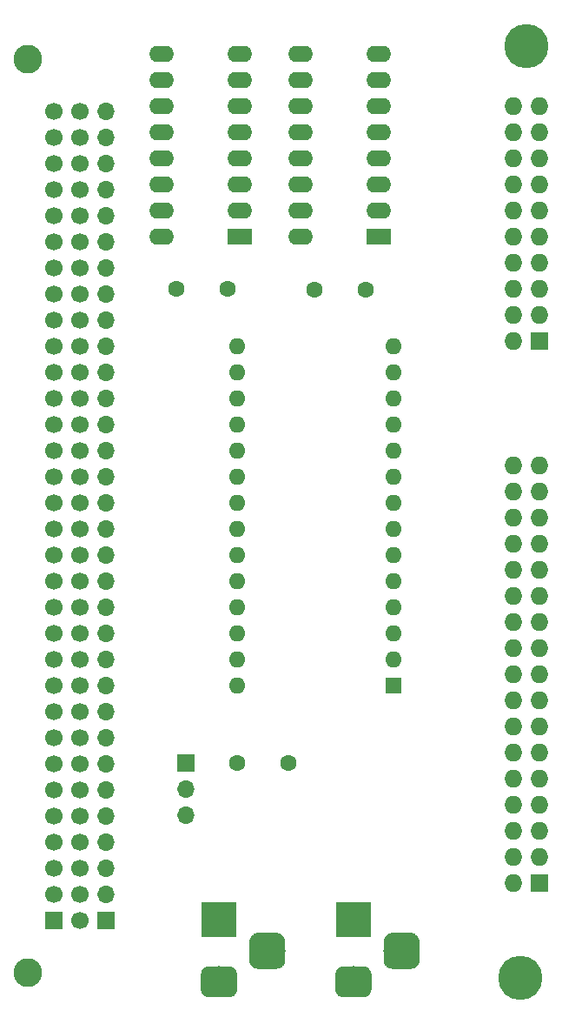
<source format=gbr>
G04 #@! TF.GenerationSoftware,KiCad,Pcbnew,(5.1.2-1)-1*
G04 #@! TF.CreationDate,2022-02-01T20:28:38+01:00*
G04 #@! TF.ProjectId,AtomIOExt,41746f6d-494f-4457-9874-2e6b69636164,1.0*
G04 #@! TF.SameCoordinates,Original*
G04 #@! TF.FileFunction,Soldermask,Top*
G04 #@! TF.FilePolarity,Negative*
%FSLAX46Y46*%
G04 Gerber Fmt 4.6, Leading zero omitted, Abs format (unit mm)*
G04 Created by KiCad (PCBNEW (5.1.2-1)-1) date 2022-02-01 20:28:38*
%MOMM*%
%LPD*%
G04 APERTURE LIST*
%ADD10C,4.300000*%
%ADD11O,1.700000X1.700000*%
%ADD12R,1.700000X1.700000*%
%ADD13O,1.727200X1.727200*%
%ADD14R,1.727200X1.727200*%
%ADD15O,1.600000X1.600000*%
%ADD16R,1.600000X1.600000*%
%ADD17O,2.400000X1.600000*%
%ADD18R,2.400000X1.600000*%
%ADD19C,2.800000*%
%ADD20C,1.700000*%
%ADD21C,0.100000*%
%ADD22C,3.500000*%
%ADD23C,3.000000*%
%ADD24R,3.500000X3.500000*%
%ADD25C,1.600000*%
G04 APERTURE END LIST*
D10*
X122150000Y-152350000D03*
X122800000Y-61700000D03*
D11*
X81800000Y-68060000D03*
X81800000Y-70600000D03*
X81800000Y-73140000D03*
X81800000Y-75680000D03*
X81800000Y-78220000D03*
X81800000Y-80760000D03*
X81800000Y-83300000D03*
X81800000Y-85840000D03*
X81800000Y-88380000D03*
X81800000Y-90920000D03*
X81800000Y-93460000D03*
X81800000Y-96000000D03*
X81800000Y-98540000D03*
X81800000Y-101080000D03*
X81800000Y-103620000D03*
X81800000Y-106160000D03*
X81800000Y-108700000D03*
X81800000Y-111240000D03*
X81800000Y-113780000D03*
X81800000Y-116320000D03*
X81800000Y-118860000D03*
X81800000Y-121400000D03*
X81800000Y-123940000D03*
X81800000Y-126480000D03*
X81800000Y-129020000D03*
X81800000Y-131560000D03*
X81800000Y-134100000D03*
X81800000Y-136640000D03*
X81800000Y-139180000D03*
X81800000Y-141720000D03*
X81800000Y-144260000D03*
D12*
X81800000Y-146800000D03*
D13*
X121460000Y-102510000D03*
X124000000Y-102510000D03*
X121460000Y-105050000D03*
X124000000Y-105050000D03*
X121460000Y-107590000D03*
X124000000Y-107590000D03*
X121460000Y-110130000D03*
X124000000Y-110130000D03*
X121460000Y-112670000D03*
X124000000Y-112670000D03*
X121460000Y-115210000D03*
X124000000Y-115210000D03*
X121460000Y-117750000D03*
X124000000Y-117750000D03*
X121460000Y-120290000D03*
X124000000Y-120290000D03*
X121460000Y-122830000D03*
X124000000Y-122830000D03*
X121460000Y-125370000D03*
X124000000Y-125370000D03*
X121460000Y-127910000D03*
X124000000Y-127910000D03*
X121460000Y-130450000D03*
X124000000Y-130450000D03*
X121460000Y-132990000D03*
X124000000Y-132990000D03*
X121460000Y-135530000D03*
X124000000Y-135530000D03*
X121460000Y-138070000D03*
X124000000Y-138070000D03*
X121460000Y-140610000D03*
X124000000Y-140610000D03*
X121460000Y-143150000D03*
D14*
X124000000Y-143150000D03*
D13*
X121460000Y-67590000D03*
X124000000Y-67590000D03*
X121460000Y-70130000D03*
X124000000Y-70130000D03*
X121460000Y-72670000D03*
X124000000Y-72670000D03*
X121460000Y-75210000D03*
X124000000Y-75210000D03*
X121460000Y-77750000D03*
X124000000Y-77750000D03*
X121460000Y-80290000D03*
X124000000Y-80290000D03*
X121460000Y-82830000D03*
X124000000Y-82830000D03*
X121460000Y-85370000D03*
X124000000Y-85370000D03*
X121460000Y-87910000D03*
X124000000Y-87910000D03*
X121460000Y-90450000D03*
D14*
X124000000Y-90450000D03*
D15*
X94560000Y-123950000D03*
X109800000Y-90930000D03*
X94560000Y-121410000D03*
X109800000Y-93470000D03*
X94560000Y-118870000D03*
X109800000Y-96010000D03*
X94560000Y-116330000D03*
X109800000Y-98550000D03*
X94560000Y-113790000D03*
X109800000Y-101090000D03*
X94560000Y-111250000D03*
X109800000Y-103630000D03*
X94560000Y-108710000D03*
X109800000Y-106170000D03*
X94560000Y-106170000D03*
X109800000Y-108710000D03*
X94560000Y-103630000D03*
X109800000Y-111250000D03*
X94560000Y-101090000D03*
X109800000Y-113790000D03*
X94560000Y-98550000D03*
X109800000Y-116330000D03*
X94560000Y-96010000D03*
X109800000Y-118870000D03*
X94560000Y-93470000D03*
X109800000Y-121410000D03*
X94560000Y-90930000D03*
D16*
X109800000Y-123950000D03*
D17*
X100730000Y-80250000D03*
X108350000Y-62470000D03*
X100730000Y-77710000D03*
X108350000Y-65010000D03*
X100730000Y-75170000D03*
X108350000Y-67550000D03*
X100730000Y-72630000D03*
X108350000Y-70090000D03*
X100730000Y-70090000D03*
X108350000Y-72630000D03*
X100730000Y-67550000D03*
X108350000Y-75170000D03*
X100730000Y-65010000D03*
X108350000Y-77710000D03*
X100730000Y-62470000D03*
D18*
X108350000Y-80250000D03*
D17*
X87230000Y-80250000D03*
X94850000Y-62470000D03*
X87230000Y-77710000D03*
X94850000Y-65010000D03*
X87230000Y-75170000D03*
X94850000Y-67550000D03*
X87230000Y-72630000D03*
X94850000Y-70090000D03*
X87230000Y-70090000D03*
X94850000Y-72630000D03*
X87230000Y-67550000D03*
X94850000Y-75170000D03*
X87230000Y-65010000D03*
X94850000Y-77710000D03*
X87230000Y-62470000D03*
D18*
X94850000Y-80250000D03*
D19*
X74160000Y-62980000D03*
X74160000Y-151880000D03*
D20*
X79240000Y-68060000D03*
X76700000Y-68060000D03*
X79240000Y-70600000D03*
X76700000Y-70600000D03*
X79240000Y-73140000D03*
X76700000Y-73140000D03*
X79240000Y-75680000D03*
X76700000Y-75680000D03*
X79240000Y-78220000D03*
X76700000Y-78220000D03*
X79240000Y-80760000D03*
X76700000Y-80760000D03*
X79240000Y-83300000D03*
X76700000Y-83300000D03*
X79240000Y-85840000D03*
X76700000Y-85840000D03*
X79240000Y-88380000D03*
X76700000Y-88380000D03*
X79240000Y-90920000D03*
X76700000Y-90920000D03*
X79240000Y-93460000D03*
X76700000Y-93460000D03*
X79240000Y-96000000D03*
X76700000Y-96000000D03*
X79240000Y-98540000D03*
X76700000Y-98540000D03*
X79240000Y-101080000D03*
X76700000Y-101080000D03*
X79240000Y-103620000D03*
X76700000Y-103620000D03*
X79240000Y-106160000D03*
X76700000Y-106160000D03*
X79240000Y-108700000D03*
X76700000Y-108700000D03*
X79240000Y-111240000D03*
X76700000Y-111240000D03*
X79240000Y-113780000D03*
X76700000Y-113780000D03*
X79240000Y-116320000D03*
X76700000Y-116320000D03*
X79240000Y-118860000D03*
X76700000Y-118860000D03*
X79240000Y-121400000D03*
X76700000Y-121400000D03*
X79240000Y-123940000D03*
X76700000Y-123940000D03*
X79240000Y-126480000D03*
X76700000Y-126480000D03*
X79240000Y-129020000D03*
X76700000Y-129020000D03*
X79240000Y-131560000D03*
X76700000Y-131560000D03*
X79240000Y-134100000D03*
X76700000Y-134100000D03*
X79240000Y-136640000D03*
X76700000Y-136640000D03*
X79240000Y-139180000D03*
X76700000Y-139180000D03*
X79240000Y-141720000D03*
X76700000Y-141720000D03*
X79240000Y-144260000D03*
X76700000Y-144260000D03*
X79240000Y-146800000D03*
D12*
X76700000Y-146800000D03*
D21*
G36*
X111560765Y-148004213D02*
G01*
X111645704Y-148016813D01*
X111728999Y-148037677D01*
X111809848Y-148066605D01*
X111887472Y-148103319D01*
X111961124Y-148147464D01*
X112030094Y-148198616D01*
X112093718Y-148256282D01*
X112151384Y-148319906D01*
X112202536Y-148388876D01*
X112246681Y-148462528D01*
X112283395Y-148540152D01*
X112312323Y-148621001D01*
X112333187Y-148704296D01*
X112345787Y-148789235D01*
X112350000Y-148875000D01*
X112350000Y-150625000D01*
X112345787Y-150710765D01*
X112333187Y-150795704D01*
X112312323Y-150878999D01*
X112283395Y-150959848D01*
X112246681Y-151037472D01*
X112202536Y-151111124D01*
X112151384Y-151180094D01*
X112093718Y-151243718D01*
X112030094Y-151301384D01*
X111961124Y-151352536D01*
X111887472Y-151396681D01*
X111809848Y-151433395D01*
X111728999Y-151462323D01*
X111645704Y-151483187D01*
X111560765Y-151495787D01*
X111475000Y-151500000D01*
X109725000Y-151500000D01*
X109639235Y-151495787D01*
X109554296Y-151483187D01*
X109471001Y-151462323D01*
X109390152Y-151433395D01*
X109312528Y-151396681D01*
X109238876Y-151352536D01*
X109169906Y-151301384D01*
X109106282Y-151243718D01*
X109048616Y-151180094D01*
X108997464Y-151111124D01*
X108953319Y-151037472D01*
X108916605Y-150959848D01*
X108887677Y-150878999D01*
X108866813Y-150795704D01*
X108854213Y-150710765D01*
X108850000Y-150625000D01*
X108850000Y-148875000D01*
X108854213Y-148789235D01*
X108866813Y-148704296D01*
X108887677Y-148621001D01*
X108916605Y-148540152D01*
X108953319Y-148462528D01*
X108997464Y-148388876D01*
X109048616Y-148319906D01*
X109106282Y-148256282D01*
X109169906Y-148198616D01*
X109238876Y-148147464D01*
X109312528Y-148103319D01*
X109390152Y-148066605D01*
X109471001Y-148037677D01*
X109554296Y-148016813D01*
X109639235Y-148004213D01*
X109725000Y-148000000D01*
X111475000Y-148000000D01*
X111560765Y-148004213D01*
X111560765Y-148004213D01*
G37*
D22*
X110600000Y-149750000D03*
D21*
G36*
X106973513Y-151253611D02*
G01*
X107046318Y-151264411D01*
X107117714Y-151282295D01*
X107187013Y-151307090D01*
X107253548Y-151338559D01*
X107316678Y-151376398D01*
X107375795Y-151420242D01*
X107430330Y-151469670D01*
X107479758Y-151524205D01*
X107523602Y-151583322D01*
X107561441Y-151646452D01*
X107592910Y-151712987D01*
X107617705Y-151782286D01*
X107635589Y-151853682D01*
X107646389Y-151926487D01*
X107650000Y-152000000D01*
X107650000Y-153500000D01*
X107646389Y-153573513D01*
X107635589Y-153646318D01*
X107617705Y-153717714D01*
X107592910Y-153787013D01*
X107561441Y-153853548D01*
X107523602Y-153916678D01*
X107479758Y-153975795D01*
X107430330Y-154030330D01*
X107375795Y-154079758D01*
X107316678Y-154123602D01*
X107253548Y-154161441D01*
X107187013Y-154192910D01*
X107117714Y-154217705D01*
X107046318Y-154235589D01*
X106973513Y-154246389D01*
X106900000Y-154250000D01*
X104900000Y-154250000D01*
X104826487Y-154246389D01*
X104753682Y-154235589D01*
X104682286Y-154217705D01*
X104612987Y-154192910D01*
X104546452Y-154161441D01*
X104483322Y-154123602D01*
X104424205Y-154079758D01*
X104369670Y-154030330D01*
X104320242Y-153975795D01*
X104276398Y-153916678D01*
X104238559Y-153853548D01*
X104207090Y-153787013D01*
X104182295Y-153717714D01*
X104164411Y-153646318D01*
X104153611Y-153573513D01*
X104150000Y-153500000D01*
X104150000Y-152000000D01*
X104153611Y-151926487D01*
X104164411Y-151853682D01*
X104182295Y-151782286D01*
X104207090Y-151712987D01*
X104238559Y-151646452D01*
X104276398Y-151583322D01*
X104320242Y-151524205D01*
X104369670Y-151469670D01*
X104424205Y-151420242D01*
X104483322Y-151376398D01*
X104546452Y-151338559D01*
X104612987Y-151307090D01*
X104682286Y-151282295D01*
X104753682Y-151264411D01*
X104826487Y-151253611D01*
X104900000Y-151250000D01*
X106900000Y-151250000D01*
X106973513Y-151253611D01*
X106973513Y-151253611D01*
G37*
D23*
X105900000Y-152750000D03*
D24*
X105900000Y-146750000D03*
D21*
G36*
X98460765Y-148004213D02*
G01*
X98545704Y-148016813D01*
X98628999Y-148037677D01*
X98709848Y-148066605D01*
X98787472Y-148103319D01*
X98861124Y-148147464D01*
X98930094Y-148198616D01*
X98993718Y-148256282D01*
X99051384Y-148319906D01*
X99102536Y-148388876D01*
X99146681Y-148462528D01*
X99183395Y-148540152D01*
X99212323Y-148621001D01*
X99233187Y-148704296D01*
X99245787Y-148789235D01*
X99250000Y-148875000D01*
X99250000Y-150625000D01*
X99245787Y-150710765D01*
X99233187Y-150795704D01*
X99212323Y-150878999D01*
X99183395Y-150959848D01*
X99146681Y-151037472D01*
X99102536Y-151111124D01*
X99051384Y-151180094D01*
X98993718Y-151243718D01*
X98930094Y-151301384D01*
X98861124Y-151352536D01*
X98787472Y-151396681D01*
X98709848Y-151433395D01*
X98628999Y-151462323D01*
X98545704Y-151483187D01*
X98460765Y-151495787D01*
X98375000Y-151500000D01*
X96625000Y-151500000D01*
X96539235Y-151495787D01*
X96454296Y-151483187D01*
X96371001Y-151462323D01*
X96290152Y-151433395D01*
X96212528Y-151396681D01*
X96138876Y-151352536D01*
X96069906Y-151301384D01*
X96006282Y-151243718D01*
X95948616Y-151180094D01*
X95897464Y-151111124D01*
X95853319Y-151037472D01*
X95816605Y-150959848D01*
X95787677Y-150878999D01*
X95766813Y-150795704D01*
X95754213Y-150710765D01*
X95750000Y-150625000D01*
X95750000Y-148875000D01*
X95754213Y-148789235D01*
X95766813Y-148704296D01*
X95787677Y-148621001D01*
X95816605Y-148540152D01*
X95853319Y-148462528D01*
X95897464Y-148388876D01*
X95948616Y-148319906D01*
X96006282Y-148256282D01*
X96069906Y-148198616D01*
X96138876Y-148147464D01*
X96212528Y-148103319D01*
X96290152Y-148066605D01*
X96371001Y-148037677D01*
X96454296Y-148016813D01*
X96539235Y-148004213D01*
X96625000Y-148000000D01*
X98375000Y-148000000D01*
X98460765Y-148004213D01*
X98460765Y-148004213D01*
G37*
D22*
X97500000Y-149750000D03*
D21*
G36*
X93873513Y-151253611D02*
G01*
X93946318Y-151264411D01*
X94017714Y-151282295D01*
X94087013Y-151307090D01*
X94153548Y-151338559D01*
X94216678Y-151376398D01*
X94275795Y-151420242D01*
X94330330Y-151469670D01*
X94379758Y-151524205D01*
X94423602Y-151583322D01*
X94461441Y-151646452D01*
X94492910Y-151712987D01*
X94517705Y-151782286D01*
X94535589Y-151853682D01*
X94546389Y-151926487D01*
X94550000Y-152000000D01*
X94550000Y-153500000D01*
X94546389Y-153573513D01*
X94535589Y-153646318D01*
X94517705Y-153717714D01*
X94492910Y-153787013D01*
X94461441Y-153853548D01*
X94423602Y-153916678D01*
X94379758Y-153975795D01*
X94330330Y-154030330D01*
X94275795Y-154079758D01*
X94216678Y-154123602D01*
X94153548Y-154161441D01*
X94087013Y-154192910D01*
X94017714Y-154217705D01*
X93946318Y-154235589D01*
X93873513Y-154246389D01*
X93800000Y-154250000D01*
X91800000Y-154250000D01*
X91726487Y-154246389D01*
X91653682Y-154235589D01*
X91582286Y-154217705D01*
X91512987Y-154192910D01*
X91446452Y-154161441D01*
X91383322Y-154123602D01*
X91324205Y-154079758D01*
X91269670Y-154030330D01*
X91220242Y-153975795D01*
X91176398Y-153916678D01*
X91138559Y-153853548D01*
X91107090Y-153787013D01*
X91082295Y-153717714D01*
X91064411Y-153646318D01*
X91053611Y-153573513D01*
X91050000Y-153500000D01*
X91050000Y-152000000D01*
X91053611Y-151926487D01*
X91064411Y-151853682D01*
X91082295Y-151782286D01*
X91107090Y-151712987D01*
X91138559Y-151646452D01*
X91176398Y-151583322D01*
X91220242Y-151524205D01*
X91269670Y-151469670D01*
X91324205Y-151420242D01*
X91383322Y-151376398D01*
X91446452Y-151338559D01*
X91512987Y-151307090D01*
X91582286Y-151282295D01*
X91653682Y-151264411D01*
X91726487Y-151253611D01*
X91800000Y-151250000D01*
X93800000Y-151250000D01*
X93873513Y-151253611D01*
X93873513Y-151253611D01*
G37*
D23*
X92800000Y-152750000D03*
D24*
X92800000Y-146750000D03*
D11*
X89550000Y-136580000D03*
X89550000Y-134040000D03*
D12*
X89550000Y-131500000D03*
D25*
X99550000Y-131500000D03*
X94550000Y-131500000D03*
X107100000Y-85400000D03*
X102100000Y-85400000D03*
X93600000Y-85350000D03*
X88600000Y-85350000D03*
M02*

</source>
